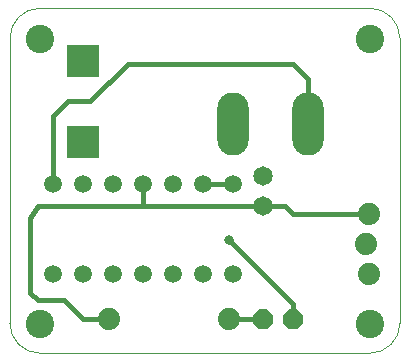
<source format=gtl>
%FSLAX23Y23*%
%MOIN*%
G04 EasyPC Gerber Version 15.0.4 Build 3016 *
%AMT20*0 Octagon Pad at angle 0*4,1,8,-0.01367,-0.03300,0.01367,-0.03300,0.03300,-0.01367,0.03300,0.01367,0.01367,0.03300,-0.01367,0.03300,-0.03300,0.01367,-0.03300,-0.01367,-0.01367,-0.03300,0*%
%ADD20T20*%
%ADD74O,0.10500X0.21000*%
%ADD70R,0.10500X0.10500*%
%ADD17C,0.00100*%
%ADD23C,0.01500*%
%ADD24C,0.03200*%
%ADD19C,0.05910*%
%ADD22C,0.06500*%
%ADD21C,0.07400*%
%ADD18C,0.09461*%
X0Y0D02*
D02*
D17*
X1300Y100D02*
Y1050D01*
G75*
G03X1200Y1150I-100*
G01*
X100*
G75*
G03X0Y1050J-100*
G01*
Y100*
G75*
G03X100Y0I100*
G01*
X1200*
G75*
G03X1300Y100J100*
G01*
D02*
D18*
X101Y99D03*
Y1049D03*
X1201Y99D03*
Y1049D03*
D02*
D19*
X142Y265D03*
Y565D03*
X242Y265D03*
Y565D03*
X342Y265D03*
Y565D03*
X442Y265D03*
Y565D03*
X542Y265D03*
Y565D03*
X642Y265D03*
Y565D03*
X742Y265D03*
Y565D03*
D02*
D70*
X242Y703D03*
Y973D03*
D02*
D20*
X842Y115D03*
X942D03*
D02*
D21*
X330D03*
X730D03*
X1187Y365D03*
X1197Y265D03*
Y465D03*
D02*
D22*
X842Y490D03*
Y590D03*
D02*
D23*
X442Y490D02*
X92D01*
X67Y452*
Y202*
X92Y177*
X180*
X242Y115*
X330*
X442Y565D02*
Y490D01*
X642Y565D02*
X742D01*
X730Y115D02*
X842D01*
X730Y377D02*
X942Y165D01*
Y115*
X842Y490D02*
X442D01*
X992Y765D02*
Y915D01*
X942Y965*
X392*
X267Y840*
X192*
X142Y790*
Y565*
X1197Y465D02*
X942D01*
X917Y490*
X842*
D02*
D24*
X730Y377D03*
D02*
D74*
X742Y765D03*
X992D03*
X0Y0D02*
M02*

</source>
